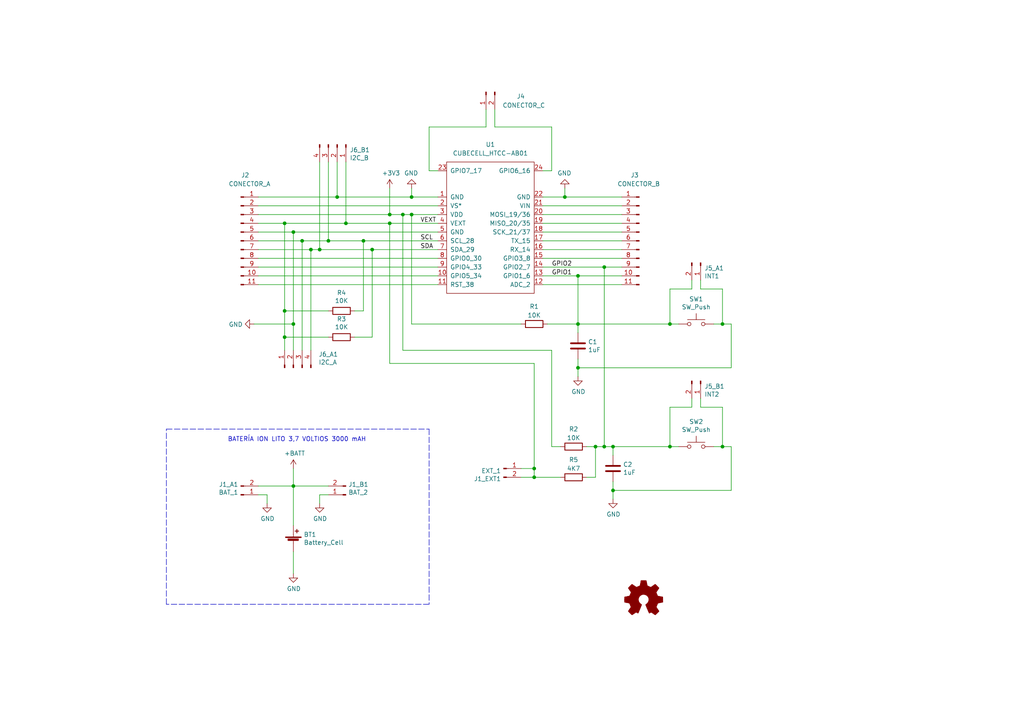
<source format=kicad_sch>
(kicad_sch (version 20211123) (generator eeschema)
  (paper "A4")
  (title_block (title "Placa Adaptadora para CubeCell Board HTCC-AB01 ") (date "2020-04-05") (rev "1.0"))
  (lib_symbols
    (symbol "AdaptadorCubeCellV1-rescue:HTCC-AB01-Heltec" (pin_names (offset 1.016))
      (property "Reference" "U" (at 0 24.13 0))
      (property "Value" "HTCC-AB01-Heltec" (at 0 -16.51 0))
      (symbol "HTCC-AB01-Heltec_0_1"
        (rectangle (start -12.7 -15.24) (end 12.7 22.86))
      )
      (symbol "HTCC-AB01-Heltec_1_1"
        (pin power_in line (at -15.24 12.7 0) (length 2.54) (name "GND") (number "1"))
        (pin bidirectional line (at -15.24 -10.16 0) (length 2.54) (name "GPIO5_34") (number "10"))
        (pin bidirectional line (at -15.24 -12.7 0) (length 2.54) (name "RST_38") (number "11"))
        (pin bidirectional line (at 15.24 -12.7 180) (length 2.54) (name "ADC_2") (number "12"))
        (pin bidirectional line (at 15.24 -10.16 180) (length 2.54) (name "GPIO1_6") (number "13"))
        (pin bidirectional line (at 15.24 -7.62 180) (length 2.54) (name "GPIO2_7") (number "14"))
        (pin bidirectional line (at 15.24 -5.08 180) (length 2.54) (name "GPIO3_8") (number "15"))
        (pin bidirectional line (at 15.24 -2.54 180) (length 2.54) (name "RX_14") (number "16"))
        (pin bidirectional line (at 15.24 0 180) (length 2.54) (name "TX_15") (number "17"))
        (pin bidirectional line (at 15.24 2.54 180) (length 2.54) (name "SCK_21/37") (number "18"))
        (pin bidirectional line (at 15.24 5.08 180) (length 2.54) (name "MISO_20/35") (number "19"))
        (pin power_in line (at -15.24 10.16 0) (length 2.54) (name "VS*") (number "2"))
        (pin bidirectional line (at 15.24 7.62 180) (length 2.54) (name "MOSI_19/36") (number "20"))
        (pin power_out line (at 15.24 10.16 180) (length 2.54) (name "VIN") (number "21"))
        (pin power_out line (at 15.24 12.7 180) (length 2.54) (name "GND") (number "22"))
        (pin bidirectional line (at -15.24 20.32 0) (length 2.54) (name "GPIO7_17") (number "23"))
        (pin bidirectional line (at 15.24 20.32 180) (length 2.54) (name "GPIO6_16") (number "24"))
        (pin power_out line (at -15.24 7.62 0) (length 2.54) (name "VDD") (number "3"))
        (pin power_out line (at -15.24 5.08 0) (length 2.54) (name "VEXT") (number "4"))
        (pin power_out line (at -15.24 2.54 0) (length 2.54) (name "GND") (number "5"))
        (pin bidirectional line (at -15.24 0 0) (length 2.54) (name "SCL_28") (number "6"))
        (pin bidirectional line (at -15.24 -2.54 0) (length 2.54) (name "SDA_29") (number "7"))
        (pin bidirectional line (at -15.24 -5.08 0) (length 2.54) (name "GPIO0_30") (number "8"))
        (pin bidirectional line (at -15.24 -7.62 0) (length 2.54) (name "GPIO4_33") (number "9"))
      )
    )
    (symbol "Connector:Conn_01x02_Male" (pin_names (offset 1.016) hide)
      (property "Reference" "J" (at 0 2.54 0))
      (property "Value" "Conn_01x02_Male" (at 0 -5.08 0))
      (symbol "Conn_01x02_Male_1_1"
        (polyline (pts (xy 1.27 -2.54) (xy 0.8636 -2.54)) (stroke (width 0.1524)))
        (polyline (pts (xy 1.27 0) (xy 0.8636 0)) (stroke (width 0.1524)))
        (rectangle (start 0.8636 -2.413) (end 0 -2.667) (stroke (width 0.1524)) (fill (type outline)))
        (rectangle (start 0.8636 0.127) (end 0 -0.127) (stroke (width 0.1524)) (fill (type outline)))
        (pin passive line (at 5.08 0 180) (length 3.81) (name "Pin_1") (number "1"))
        (pin passive line (at 5.08 -2.54 180) (length 3.81) (name "Pin_2") (number "2"))
      )
    )
    (symbol "Connector:Conn_01x04_Male" (pin_names (offset 1.016) hide)
      (property "Reference" "J" (at 0 5.08 0))
      (property "Value" "Conn_01x04_Male" (at 0 -7.62 0))
      (symbol "Conn_01x04_Male_1_1"
        (polyline (pts (xy 1.27 -5.08) (xy 0.8636 -5.08)) (stroke (width 0.1524)))
        (polyline (pts (xy 1.27 -2.54) (xy 0.8636 -2.54)) (stroke (width 0.1524)))
        (polyline (pts (xy 1.27 0) (xy 0.8636 0)) (stroke (width 0.1524)))
        (polyline (pts (xy 1.27 2.54) (xy 0.8636 2.54)) (stroke (width 0.1524)))
        (rectangle (start 0.8636 -4.953) (end 0 -5.207) (stroke (width 0.1524)) (fill (type outline)))
        (rectangle (start 0.8636 -2.413) (end 0 -2.667) (stroke (width 0.1524)) (fill (type outline)))
        (rectangle (start 0.8636 0.127) (end 0 -0.127) (stroke (width 0.1524)) (fill (type outline)))
        (rectangle (start 0.8636 2.667) (end 0 2.413) (stroke (width 0.1524)) (fill (type outline)))
        (pin passive line (at 5.08 2.54 180) (length 3.81) (name "Pin_1") (number "1"))
        (pin passive line (at 5.08 0 180) (length 3.81) (name "Pin_2") (number "2"))
        (pin passive line (at 5.08 -2.54 180) (length 3.81) (name "Pin_3") (number "3"))
        (pin passive line (at 5.08 -5.08 180) (length 3.81) (name "Pin_4") (number "4"))
      )
    )
    (symbol "Connector:Conn_01x11_Male" (pin_names (offset 1.016) hide)
      (property "Reference" "J" (at 0 15.24 0))
      (property "Value" "Conn_01x11_Male" (at 0 -15.24 0))
      (symbol "Conn_01x11_Male_1_1"
        (polyline (pts (xy 1.27 -12.7) (xy 0.8636 -12.7)) (stroke (width 0.1524)))
        (polyline (pts (xy 1.27 -10.16) (xy 0.8636 -10.16)) (stroke (width 0.1524)))
        (polyline (pts (xy 1.27 -7.62) (xy 0.8636 -7.62)) (stroke (width 0.1524)))
        (polyline (pts (xy 1.27 -5.08) (xy 0.8636 -5.08)) (stroke (width 0.1524)))
        (polyline (pts (xy 1.27 -2.54) (xy 0.8636 -2.54)) (stroke (width 0.1524)))
        (polyline (pts (xy 1.27 0) (xy 0.8636 0)) (stroke (width 0.1524)))
        (polyline (pts (xy 1.27 2.54) (xy 0.8636 2.54)) (stroke (width 0.1524)))
        (polyline (pts (xy 1.27 5.08) (xy 0.8636 5.08)) (stroke (width 0.1524)))
        (polyline (pts (xy 1.27 7.62) (xy 0.8636 7.62)) (stroke (width 0.1524)))
        (polyline (pts (xy 1.27 10.16) (xy 0.8636 10.16)) (stroke (width 0.1524)))
        (polyline (pts (xy 1.27 12.7) (xy 0.8636 12.7)) (stroke (width 0.1524)))
        (rectangle (start 0.8636 -12.573) (end 0 -12.827) (stroke (width 0.1524)) (fill (type outline)))
        (rectangle (start 0.8636 -10.033) (end 0 -10.287) (stroke (width 0.1524)) (fill (type outline)))
        (rectangle (start 0.8636 -7.493) (end 0 -7.747) (stroke (width 0.1524)) (fill (type outline)))
        (rectangle (start 0.8636 -4.953) (end 0 -5.207) (stroke (width 0.1524)) (fill (type outline)))
        (rectangle (start 0.8636 -2.413) (end 0 -2.667) (stroke (width 0.1524)) (fill (type outline)))
        (rectangle (start 0.8636 0.127) (end 0 -0.127) (stroke (width 0.1524)) (fill (type outline)))
        (rectangle (start 0.8636 2.667) (end 0 2.413) (stroke (width 0.1524)) (fill (type outline)))
        (rectangle (start 0.8636 5.207) (end 0 4.953) (stroke (width 0.1524)) (fill (type outline)))
        (rectangle (start 0.8636 7.747) (end 0 7.493) (stroke (width 0.1524)) (fill (type outline)))
        (rectangle (start 0.8636 10.287) (end 0 10.033) (stroke (width 0.1524)) (fill (type outline)))
        (rectangle (start 0.8636 12.827) (end 0 12.573) (stroke (width 0.1524)) (fill (type outline)))
        (pin passive line (at 5.08 12.7 180) (length 3.81) (name "Pin_1") (number "1"))
        (pin passive line (at 5.08 -10.16 180) (length 3.81) (name "Pin_10") (number "10"))
        (pin passive line (at 5.08 -12.7 180) (length 3.81) (name "Pin_11") (number "11"))
        (pin passive line (at 5.08 10.16 180) (length 3.81) (name "Pin_2") (number "2"))
        (pin passive line (at 5.08 7.62 180) (length 3.81) (name "Pin_3") (number "3"))
        (pin passive line (at 5.08 5.08 180) (length 3.81) (name "Pin_4") (number "4"))
        (pin passive line (at 5.08 2.54 180) (length 3.81) (name "Pin_5") (number "5"))
        (pin passive line (at 5.08 0 180) (length 3.81) (name "Pin_6") (number "6"))
        (pin passive line (at 5.08 -2.54 180) (length 3.81) (name "Pin_7") (number "7"))
        (pin passive line (at 5.08 -5.08 180) (length 3.81) (name "Pin_8") (number "8"))
        (pin passive line (at 5.08 -7.62 180) (length 3.81) (name "Pin_9") (number "9"))
      )
    )
    (symbol "Device:Battery_Cell" (pin_numbers hide) (pin_names (offset 0) hide)
      (property "Reference" "BT" (at 2.54 2.54 0))
      (property "Value" "Battery_Cell" (at 2.54 0 0))
      (symbol "Battery_Cell_0_1"
        (rectangle (start -2.286 1.778) (end 2.286 1.524) (fill (type outline)))
        (rectangle (start -1.5748 1.1938) (end 1.4732 0.6858) (fill (type outline)))
        (polyline (pts (xy 0 0.762) (xy 0 0)))
        (polyline (pts (xy 0 1.778) (xy 0 2.54)))
        (polyline (pts (xy 0.508 3.429) (xy 1.524 3.429)) (stroke (width 0.254)))
        (polyline (pts (xy 1.016 3.937) (xy 1.016 2.921)) (stroke (width 0.254)))
      )
      (symbol "Battery_Cell_1_1"
        (pin passive line (at 0 5.08 270) (length 2.54) (name "+") (number "1"))
        (pin passive line (at 0 -2.54 90) (length 2.54) (name "-") (number "2"))
      )
    )
    (symbol "Device:C" (pin_numbers hide) (pin_names (offset 0.254))
      (property "Reference" "C" (at 0.635 2.54 0))
      (property "Value" "C" (at 0.635 -2.54 0))
      (symbol "C_0_1"
        (polyline (pts (xy -2.032 -0.762) (xy 2.032 -0.762)) (stroke (width 0.508)))
        (polyline (pts (xy -2.032 0.762) (xy 2.032 0.762)) (stroke (width 0.508)))
      )
      (symbol "C_1_1"
        (pin passive line (at 0 3.81 270) (length 2.794) (name "~") (number "1"))
        (pin passive line (at 0 -3.81 90) (length 2.794) (name "~") (number "2"))
      )
    )
    (symbol "Device:R" (pin_numbers hide) (pin_names (offset 0))
      (property "Reference" "R" (at 2.032 0 90))
      (property "Value" "R" (at 0 0 90))
      (symbol "R_0_1"
        (rectangle (start -1.016 -2.54) (end 1.016 2.54) (stroke (width 0.254)))
      )
      (symbol "R_1_1"
        (pin passive line (at 0 3.81 270) (length 1.27) (name "~") (number "1"))
        (pin passive line (at 0 -3.81 90) (length 1.27) (name "~") (number "2"))
      )
    )
    (symbol "Graphic:Logo_Open_Hardware_Small" (pin_names (offset 1.016))
      (symbol "Logo_Open_Hardware_Small_0_1"
        (polyline (pts (xy 3.3528 -4.3434) (xy 3.302 -4.318) (xy 3.175 -4.2418) (xy 2.9972 -4.1148) (xy 2.7686 -3.9624) (xy 2.54 -3.81) (xy 2.3622 -3.7084) (xy 2.2352 -3.6068) (xy 2.1844 -3.5814) (xy 2.159 -3.6068) (xy 2.0574 -3.6576) (xy 1.905 -3.7338) (xy 1.8034 -3.7846) (xy 1.6764 -3.8354) (xy 1.6002 -3.8354) (xy 1.6002 -3.8354) (xy 1.5494 -3.7338) (xy 1.4732 -3.5306) (xy 1.3462 -3.302) (xy 1.2446 -3.0226) (xy 1.1176 -2.7178) (xy 0.9652 -2.413) (xy 0.8636 -2.1082) (xy 0.7366 -1.8288) (xy 0.6604 -1.6256) (xy 0.6096 -1.4732) (xy 0.5842 -1.397) (xy 0.5842 -1.397) (xy 0.6604 -1.3208) (xy 0.7874 -1.2446) (xy 1.0414 -1.016) (xy 1.2954 -0.6858) (xy 1.4478 -0.3302) (xy 1.524 0.0762) (xy 1.4732 0.4572) (xy 1.3208 0.8128) (xy 1.0668 1.143) (xy 0.762 1.3716) (xy 0.4064 1.524) (xy 0 1.5748) (xy -0.381 1.5494) (xy -0.7366 1.397) (xy -1.0668 1.143) (xy -1.2192 0.9906) (xy -1.397 0.6604) (xy -1.524 0.3048) (xy -1.524 0.2286) (xy -1.4986 -0.1778) (xy -1.397 -0.5334) (xy -1.1938 -0.8636) (xy -0.9144 -1.143) (xy -0.8636 -1.1684) (xy -0.7366 -1.27) (xy -0.635 -1.3462) (xy -0.5842 -1.397) (xy -1.0668 -2.5908) (xy -1.143 -2.794) (xy -1.2954 -3.1242) (xy -1.397 -3.4036) (xy -1.4986 -3.6322) (xy -1.5748 -3.7846) (xy -1.6002 -3.8354) (xy -1.6002 -3.8354) (xy -1.651 -3.8354) (xy -1.7272 -3.81) (xy -1.905 -3.7338) (xy -2.0066 -3.683) (xy -2.1336 -3.6068) (xy -2.2098 -3.5814) (xy -2.2606 -3.6068) (xy -2.3622 -3.683) (xy -2.54 -3.81) (xy -2.7686 -3.9624) (xy -2.9718 -4.0894) (xy -3.1496 -4.2164) (xy -3.302 -4.318) (xy -3.3528 -4.3434) (xy -3.3782 -4.3434) (xy -3.429 -4.318) (xy -3.5306 -4.2164) (xy -3.7084 -4.064) (xy -3.937 -3.8354) (xy -3.9624 -3.81) (xy -4.1656 -3.6068) (xy -4.318 -3.4544) (xy -4.4196 -3.3274) (xy -4.445 -3.2766) (xy -4.445 -3.2766) (xy -4.4196 -3.2258) (xy -4.318 -3.0734) (xy -4.2164 -2.8956) (xy -4.064 -2.667) (xy -3.6576 -2.0828) (xy -3.8862 -1.5494) (xy -3.937 -1.3716) (xy -4.0386 -1.1684) (xy -4.0894 -1.0414) (xy -4.1148 -0.9652) (xy -4.191 -0.9398) (xy -4.318 -0.9144) (xy -4.5466 -0.8636) (xy -4.8006 -0.8128) (xy -5.0546 -0.7874) (xy -5.2578 -0.7366) (xy -5.4356 -0.7112) (xy -5.5118 -0.6858) (xy -5.5118 -0.6858) (xy -5.5372 -0.635) (xy -5.5372 -0.5588) (xy -5.5372 -0.4318) (xy -5.5626 -0.2286) (xy -5.5626 0.0762) (xy -5.5626 0.127) (xy -5.5372 0.4064) (xy -5.5372 0.635) (xy -5.5372 0.762) (xy -5.5372 0.8382) (xy -5.5372 0.8382) (xy -5.461 0.8382) (xy -5.3086 0.889) (xy -5.08 0.9144) (xy -4.826 0.9652) (xy -4.8006 0.9906) (xy -4.5466 1.0414) (xy -4.318 1.0668) (xy -4.1656 1.1176) (xy -4.0894 1.143) (xy -4.0894 1.143) (xy -4.0386 1.2446) (xy -3.9624 1.4224) (xy -3.8608 1.6256) (xy -3.7846 1.8288) (xy -3.7084 2.0066) (xy -3.6576 2.159) (xy -3.6322 2.2098) (xy -3.6322 2.2098) (xy -3.683 2.286) (xy -3.7592 2.413) (xy -3.8862 2.5908) (xy -4.064 2.8194) (xy -4.064 2.8448) (xy -4.2164 3.0734) (xy -4.3434 3.2512) (xy -4.4196 3.3782) (xy -4.445 3.4544) (xy -4.445 3.4544) (xy -4.3942 3.5052) (xy -4.2926 3.6322) (xy -4.1148 3.81) (xy -3.937 4.0132) (xy -3.8608 4.064) (xy -3.6576 4.2926) (xy -3.5052 4.4196) (xy -3.4036 4.4958) (xy -3.3528 4.5212) (xy -3.3528 4.5212) (xy -3.302 4.4704) (xy -3.1496 4.3688) (xy -2.9718 4.2418) (xy -2.7432 4.0894) (xy -2.7178 4.0894) (xy -2.4892 3.937) (xy -2.3114 3.81) (xy -2.1844 3.7084) (xy -2.1336 3.683) (xy -2.1082 3.683) (xy -2.032 3.7084) (xy -1.8542 3.7592) (xy -1.6764 3.8354) (xy -1.4732 3.937) (xy -1.27 4.0132) (xy -1.143 4.064) (xy -1.0668 4.1148) (xy -1.0668 4.1148) (xy -1.0414 4.191) (xy -1.016 4.3434) (xy -0.9652 4.572) (xy -0.9144 4.8514) (xy -0.889 4.9022) (xy -0.8382 5.1562) (xy -0.8128 5.3848) (xy -0.7874 5.5372) (xy -0.762 5.588) (xy -0.7112 5.6134) (xy -0.5842 5.6134) (xy -0.4064 5.6134) (xy -0.1524 5.6134) (xy 0.0762 5.6134) (xy 0.3302 5.6134) (xy 0.5334 5.6134) (xy 0.6858 5.588) (xy 0.7366 5.588) (xy 0.7366 5.588) (xy 0.762 5.5118) (xy 0.8128 5.334) (xy 0.8382 5.1054) (xy 0.9144 4.826) (xy 0.9144 4.7752) (xy 0.9652 4.5212) (xy 1.016 4.2926) (xy 1.0414 4.1402) (xy 1.0668 4.0894) (xy 1.0668 4.0894) (xy 1.1938 4.0386) (xy 1.3716 3.9624) (xy 1.5748 3.8608) (xy 2.0828 3.6576) (xy 2.7178 4.0894) (xy 2.7686 4.1402) (xy 2.9972 4.2926) (xy 3.175 4.4196) (xy 3.302 4.4958) (xy 3.3782 4.5212) (xy 3.3782 4.5212) (xy 3.429 4.4704) (xy 3.556 4.3434) (xy 3.7338 4.191) (xy 3.9116 3.9878) (xy 4.064 3.8354) (xy 4.2418 3.6576) (xy 4.3434 3.556) (xy 4.4196 3.4798) (xy 4.4196 3.429) (xy 4.4196 3.4036) (xy 4.3942 3.3274) (xy 4.2926 3.2004) (xy 4.1656 2.9972) (xy 4.0132 2.794) (xy 3.8862 2.5908) (xy 3.7592 2.3876) (xy 3.6576 2.2352) (xy 3.6322 2.159) (xy 3.6322 2.1336) (xy 3.683 2.0066) (xy 3.7592 1.8288) (xy 3.8608 1.6002) (xy 4.064 1.1176) (xy 4.3942 1.0414) (xy 4.5974 1.016) (xy 4.8768 0.9652) (xy 5.1308 0.9144) (xy 5.5372 0.8382) (xy 5.5626 -0.6604) (xy 5.4864 -0.6858) (xy 5.4356 -0.6858) (xy 5.2832 -0.7366) (xy 5.0546 -0.762) (xy 4.8006 -0.8128) (xy 4.5974 -0.8636) (xy 4.3688 -0.9144) (xy 4.2164 -0.9398) (xy 4.1402 -0.9398) (xy 4.1148 -0.9652) (xy 4.064 -1.0668) (xy 3.9878 -1.2446) (xy 3.9116 -1.4478) (xy 3.81 -1.651) (xy 3.7338 -1.8542) (xy 3.683 -2.0066) (xy 3.6576 -2.0828) (xy 3.683 -2.1336) (xy 3.7846 -2.2606) (xy 3.8862 -2.4638) (xy 4.0386 -2.667) (xy 4.191 -2.8956) (xy 4.318 -3.0734) (xy 4.3942 -3.2004) (xy 4.445 -3.2766) (xy 4.4196 -3.3274) (xy 4.3434 -3.429) (xy 4.1656 -3.5814) (xy 3.937 -3.8354) (xy 3.8862 -3.8608) (xy 3.683 -4.064) (xy 3.5306 -4.2164) (xy 3.4036 -4.318) (xy 3.3528 -4.3434)) (fill (type outline)))
      )
    )
    (symbol "Switch:SW_Push" (pin_numbers hide) (pin_names (offset 1.016) hide)
      (property "Reference" "SW" (at 1.27 2.54 0))
      (property "Value" "SW_Push" (at 0 -1.524 0))
      (symbol "SW_Push_0_1"
        (circle (center -2.032 0) (radius 0.508))
        (polyline (pts (xy 0 1.27) (xy 0 3.048)))
        (polyline (pts (xy 2.54 1.27) (xy -2.54 1.27)))
        (circle (center 2.032 0) (radius 0.508))
        (pin passive line (at -5.08 0 0) (length 2.54) (name "1") (number "1"))
        (pin passive line (at 5.08 0 180) (length 2.54) (name "2") (number "2"))
      )
    )
    (symbol "power:+3V3" (power) (pin_names (offset 0))
      (property "Value" "+3V3" (at 0 3.556 0))
      (symbol "+3V3_0_1"
        (polyline (pts (xy -0.762 1.27) (xy 0 2.54)))
        (polyline (pts (xy 0 0) (xy 0 2.54)))
        (polyline (pts (xy 0 2.54) (xy 0.762 1.27)))
      )
      (symbol "+3V3_1_1"
        (pin power_in line (at 0 0 90) (length 0) hide (name "+3V3") (number "1"))
      )
    )
    (symbol "power:+BATT" (power) (pin_names (offset 0))
      (property "Value" "+BATT" (at 0 3.556 0))
      (symbol "+BATT_0_1"
        (polyline (pts (xy -0.762 1.27) (xy 0 2.54)))
        (polyline (pts (xy 0 0) (xy 0 2.54)))
        (polyline (pts (xy 0 2.54) (xy 0.762 1.27)))
      )
      (symbol "+BATT_1_1"
        (pin power_in line (at 0 0 90) (length 0) hide (name "+BATT") (number "1"))
      )
    )
    (symbol "power:GND" (power) (pin_names (offset 0))
      (property "Value" "GND" (at 0 -3.81 0))
      (symbol "GND_0_1"
        (polyline (pts (xy 0 0) (xy 0 -1.27) (xy 1.27 -1.27) (xy 0 -2.54) (xy -1.27 -1.27) (xy 0 -1.27)))
      )
      (symbol "GND_1_1"
        (pin power_in line (at 0 0 270) (length 0) hide (name "GND") (number "1"))
      )
    )
  )
  (junction (at 85.09 67.31))
  (junction (at 172.72 129.54))
  (junction (at 167.64 93.98))
  (junction (at 85.09 140.97))
  (junction (at 209.55 129.54))
  (junction (at 92.71 72.39))
  (junction (at 95.25 69.85))
  (junction (at 113.03 64.77))
  (junction (at 167.64 106.68))
  (junction (at 194.31 129.54))
  (junction (at 82.55 64.77))
  (junction (at 116.84 62.23))
  (junction (at 167.64 80.01))
  (junction (at 175.26 77.47))
  (junction (at 82.55 90.17))
  (junction (at 177.8 142.24))
  (junction (at 90.17 72.39))
  (junction (at 85.09 93.98))
  (junction (at 154.94 138.43))
  (junction (at 82.55 97.79))
  (junction (at 113.03 62.23))
  (junction (at 175.26 129.54))
  (junction (at 105.41 69.85))
  (junction (at 163.83 57.15))
  (junction (at 100.33 64.77))
  (junction (at 177.8 129.54))
  (junction (at 209.55 93.98))
  (junction (at 97.79 57.15))
  (junction (at 119.38 57.15))
  (junction (at 194.31 93.98))
  (junction (at 107.95 72.39))
  (junction (at 87.63 69.85))
  (junction (at 154.94 135.89))
  (junction (at 119.38 62.23))
  (wire (pts (xy 92.71 72.39) (xy 107.95 72.39)))
  (wire (pts (xy 82.55 97.79) (xy 82.55 90.17)))
  (wire (pts (xy 194.31 93.98) (xy 196.85 93.98)))
  (wire (pts (xy 95.25 97.79) (xy 82.55 97.79)))
  (wire (pts (xy 95.25 69.85) (xy 105.41 69.85)))
  (wire (pts (xy 113.03 54.61) (xy 113.03 62.23)))
  (wire (pts (xy 157.48 57.15) (xy 163.83 57.15)))
  (wire (pts (xy 160.02 101.6) (xy 160.02 129.54)))
  (polyline (pts (xy 124.46 124.46) (xy 124.46 175.26)))
  (wire (pts (xy 102.87 97.79) (xy 107.95 97.79)))
  (wire (pts (xy 90.17 72.39) (xy 92.71 72.39)))
  (wire (pts (xy 119.38 62.23) (xy 127 62.23)))
  (wire (pts (xy 167.64 93.98) (xy 194.31 93.98)))
  (wire (pts (xy 127 49.53) (xy 124.46 49.53)))
  (polyline (pts (xy 48.26 175.26) (xy 48.26 124.46)))
  (wire (pts (xy 140.97 36.83) (xy 140.97 31.75)))
  (wire (pts (xy 74.93 140.97) (xy 85.09 140.97)))
  (wire (pts (xy 177.8 142.24) (xy 177.8 139.7)))
  (wire (pts (xy 175.26 129.54) (xy 177.8 129.54)))
  (wire (pts (xy 74.93 62.23) (xy 113.03 62.23)))
  (wire (pts (xy 167.64 106.68) (xy 167.64 109.22)))
  (wire (pts (xy 194.31 118.11) (xy 194.31 129.54)))
  (wire (pts (xy 74.93 59.69) (xy 127 59.69)))
  (wire (pts (xy 157.48 80.01) (xy 167.64 80.01)))
  (wire (pts (xy 167.64 93.98) (xy 158.75 93.98)))
  (wire (pts (xy 85.09 101.6) (xy 85.09 93.98)))
  (wire (pts (xy 74.93 67.31) (xy 85.09 67.31)))
  (wire (pts (xy 157.48 69.85) (xy 180.34 69.85)))
  (wire (pts (xy 177.8 132.08) (xy 177.8 129.54)))
  (wire (pts (xy 209.55 93.98) (xy 212.09 93.98)))
  (wire (pts (xy 85.09 135.89) (xy 85.09 140.97)))
  (wire (pts (xy 157.48 49.53) (xy 160.02 49.53)))
  (wire (pts (xy 85.09 140.97) (xy 95.25 140.97)))
  (wire (pts (xy 200.66 118.11) (xy 194.31 118.11)))
  (wire (pts (xy 203.2 81.28) (xy 203.2 83.82)))
  (wire (pts (xy 124.46 49.53) (xy 124.46 36.83)))
  (wire (pts (xy 92.71 146.05) (xy 92.71 143.51)))
  (wire (pts (xy 85.09 67.31) (xy 127 67.31)))
  (wire (pts (xy 87.63 101.6) (xy 87.63 69.85)))
  (wire (pts (xy 167.64 80.01) (xy 167.64 93.98)))
  (wire (pts (xy 172.72 129.54) (xy 175.26 129.54)))
  (wire (pts (xy 73.66 93.98) (xy 85.09 93.98)))
  (wire (pts (xy 212.09 106.68) (xy 167.64 106.68)))
  (wire (pts (xy 172.72 129.54) (xy 172.72 138.43)))
  (wire (pts (xy 154.94 105.41) (xy 154.94 135.89)))
  (wire (pts (xy 170.18 129.54) (xy 172.72 129.54)))
  (wire (pts (xy 87.63 69.85) (xy 95.25 69.85)))
  (wire (pts (xy 157.48 67.31) (xy 180.34 67.31)))
  (wire (pts (xy 200.66 81.28) (xy 200.66 83.82)))
  (wire (pts (xy 74.93 143.51) (xy 77.47 143.51)))
  (wire (pts (xy 175.26 77.47) (xy 180.34 77.47)))
  (wire (pts (xy 105.41 90.17) (xy 105.41 69.85)))
  (wire (pts (xy 157.48 77.47) (xy 175.26 77.47)))
  (wire (pts (xy 74.93 74.93) (xy 127 74.93)))
  (wire (pts (xy 200.66 83.82) (xy 194.31 83.82)))
  (wire (pts (xy 163.83 54.61) (xy 163.83 57.15)))
  (wire (pts (xy 74.93 72.39) (xy 90.17 72.39)))
  (wire (pts (xy 203.2 83.82) (xy 209.55 83.82)))
  (wire (pts (xy 200.66 115.57) (xy 200.66 118.11)))
  (wire (pts (xy 95.25 46.99) (xy 95.25 69.85)))
  (wire (pts (xy 85.09 140.97) (xy 85.09 152.4)))
  (wire (pts (xy 105.41 69.85) (xy 127 69.85)))
  (wire (pts (xy 107.95 72.39) (xy 127 72.39)))
  (wire (pts (xy 74.93 82.55) (xy 127 82.55)))
  (wire (pts (xy 95.25 90.17) (xy 82.55 90.17)))
  (wire (pts (xy 157.48 82.55) (xy 180.34 82.55)))
  (wire (pts (xy 207.01 93.98) (xy 209.55 93.98)))
  (polyline (pts (xy 48.26 124.46) (xy 124.46 124.46)))
  (wire (pts (xy 74.93 77.47) (xy 127 77.47)))
  (wire (pts (xy 203.2 115.57) (xy 203.2 118.11)))
  (wire (pts (xy 116.84 101.6) (xy 160.02 101.6)))
  (wire (pts (xy 157.48 59.69) (xy 180.34 59.69)))
  (wire (pts (xy 175.26 129.54) (xy 175.26 77.47)))
  (wire (pts (xy 119.38 54.61) (xy 119.38 57.15)))
  (wire (pts (xy 157.48 74.93) (xy 180.34 74.93)))
  (wire (pts (xy 212.09 93.98) (xy 212.09 106.68)))
  (wire (pts (xy 74.93 64.77) (xy 82.55 64.77)))
  (wire (pts (xy 77.47 143.51) (xy 77.47 146.05)))
  (wire (pts (xy 209.55 129.54) (xy 212.09 129.54)))
  (wire (pts (xy 194.31 83.82) (xy 194.31 93.98)))
  (polyline (pts (xy 124.46 175.26) (xy 48.26 175.26)))
  (wire (pts (xy 74.93 80.01) (xy 127 80.01)))
  (wire (pts (xy 209.55 118.11) (xy 209.55 129.54)))
  (wire (pts (xy 143.51 36.83) (xy 143.51 31.75)))
  (wire (pts (xy 154.94 138.43) (xy 162.56 138.43)))
  (wire (pts (xy 160.02 36.83) (xy 143.51 36.83)))
  (wire (pts (xy 177.8 129.54) (xy 194.31 129.54)))
  (wire (pts (xy 167.64 104.14) (xy 167.64 106.68)))
  (wire (pts (xy 154.94 138.43) (xy 151.13 138.43)))
  (wire (pts (xy 163.83 57.15) (xy 180.34 57.15)))
  (wire (pts (xy 119.38 93.98) (xy 151.13 93.98)))
  (wire (pts (xy 113.03 64.77) (xy 113.03 105.41)))
  (wire (pts (xy 92.71 143.51) (xy 95.25 143.51)))
  (wire (pts (xy 92.71 46.99) (xy 92.71 72.39)))
  (wire (pts (xy 85.09 93.98) (xy 85.09 67.31)))
  (wire (pts (xy 212.09 129.54) (xy 212.09 142.24)))
  (wire (pts (xy 116.84 62.23) (xy 116.84 101.6)))
  (wire (pts (xy 212.09 142.24) (xy 177.8 142.24)))
  (wire (pts (xy 113.03 62.23) (xy 116.84 62.23)))
  (wire (pts (xy 154.94 135.89) (xy 151.13 135.89)))
  (wire (pts (xy 209.55 83.82) (xy 209.55 93.98)))
  (wire (pts (xy 157.48 72.39) (xy 180.34 72.39)))
  (wire (pts (xy 100.33 64.77) (xy 113.03 64.77)))
  (wire (pts (xy 160.02 49.53) (xy 160.02 36.83)))
  (wire (pts (xy 157.48 64.77) (xy 180.34 64.77)))
  (wire (pts (xy 124.46 36.83) (xy 140.97 36.83)))
  (wire (pts (xy 82.55 90.17) (xy 82.55 64.77)))
  (wire (pts (xy 119.38 57.15) (xy 127 57.15)))
  (wire (pts (xy 90.17 101.6) (xy 90.17 72.39)))
  (wire (pts (xy 116.84 62.23) (xy 119.38 62.23)))
  (wire (pts (xy 167.64 96.52) (xy 167.64 93.98)))
  (wire (pts (xy 160.02 129.54) (xy 162.56 129.54)))
  (wire (pts (xy 97.79 57.15) (xy 119.38 57.15)))
  (wire (pts (xy 82.55 101.6) (xy 82.55 97.79)))
  (wire (pts (xy 167.64 80.01) (xy 180.34 80.01)))
  (wire (pts (xy 172.72 138.43) (xy 170.18 138.43)))
  (wire (pts (xy 119.38 62.23) (xy 119.38 93.98)))
  (wire (pts (xy 97.79 46.99) (xy 97.79 57.15)))
  (wire (pts (xy 74.93 57.15) (xy 97.79 57.15)))
  (wire (pts (xy 113.03 64.77) (xy 127 64.77)))
  (wire (pts (xy 157.48 62.23) (xy 180.34 62.23)))
  (wire (pts (xy 203.2 118.11) (xy 209.55 118.11)))
  (wire (pts (xy 207.01 129.54) (xy 209.55 129.54)))
  (wire (pts (xy 107.95 97.79) (xy 107.95 72.39)))
  (wire (pts (xy 177.8 144.78) (xy 177.8 142.24)))
  (wire (pts (xy 113.03 105.41) (xy 154.94 105.41)))
  (wire (pts (xy 74.93 69.85) (xy 87.63 69.85)))
  (wire (pts (xy 100.33 46.99) (xy 100.33 64.77)))
  (wire (pts (xy 82.55 64.77) (xy 100.33 64.77)))
  (wire (pts (xy 85.09 166.37) (xy 85.09 160.02)))
  (wire (pts (xy 102.87 90.17) (xy 105.41 90.17)))
  (wire (pts (xy 154.94 135.89) (xy 154.94 138.43)))
  (wire (pts (xy 194.31 129.54) (xy 196.85 129.54)))
  (text "BATERÍA ION LITO 3,7 VOLTIOS 3000 mAH" (at 66.04 128.27 0) (effects (font (size 1.27 1.27)) (justify left bottom)))
  (label "SCL" (at 121.92 69.85 0))
  (label "GPIO2" (at 160.02 77.47 0))
  (label "VEXT" (at 121.92 64.77 0))
  (label "SDA" (at 121.92 72.39 0))
  (label "GPIO1" (at 160.02 80.01 0))
  (symbol (lib_id "AdaptadorCubeCellV1-rescue:HTCC-AB01-Heltec") (at 142.24 69.85 0) (unit 1)
    (property "Reference" "U1" (at 142.24 41.91 0))
    (property "Value" "CUBECELL_HTCC-AB01" (at 142.24 44.45 0))
    (property "Footprint" "Custom_lib:CubeCell_HTCC-AB01" (effects hide))
  )
  (symbol (lib_id "Device:R") (at 154.94 93.98 270) (unit 1)
    (property "Reference" "R1" (at 154.94 88.9 90))
    (property "Value" "10K" (at 154.94 91.44 90))
    (property "Footprint" "Custom_lib:R_Axial_DIN0207_L6.3mm_D2.5mm_P7.62mm_Horizontal" (effects hide))
  )
  (symbol (lib_id "Device:C") (at 167.64 100.33 0) (unit 1)
    (property "Reference" "C1" (at 170.561 99.1616 0) (effects (justify left)))
    (property "Value" "1uF" (at 170.561 101.473 0) (effects (justify left)))
    (property "Footprint" "Custom_lib:C_Disc_D5.0mm_W2.5mm_P5.00mm" (effects hide))
  )
  (symbol (lib_id "Connector:Conn_01x11_Male") (at 69.85 69.85 0) (unit 1)
    (property "Reference" "J2" (at 71.12 50.8 0))
    (property "Value" "CONECTOR_A" (at 72.39 53.34 0))
    (property "Footprint" "Custom_lib:PinHeader_1x11_P2.54mm_Vertical" (effects hide))
  )
  (symbol (lib_id "Connector:Conn_01x11_Male") (at 185.42 69.85 0) (mirror y) (unit 1)
    (property "Reference" "J3" (at 182.88 50.8 0) (effects (justify right)))
    (property "Value" "CONECTOR_B" (at 179.07 53.34 0) (effects (justify right)))
    (property "Footprint" "Custom_lib:PinHeader_1x11_P2.54mm_Vertical" (effects hide))
  )
  (symbol (lib_id "Connector:Conn_01x02_Male") (at 140.97 26.67 90) (mirror x) (unit 1)
    (property "Reference" "J4" (at 149.86 27.94 90) (effects (justify right)))
    (property "Value" "CONECTOR_C" (at 145.7452 30.5562 90) (effects (justify right)))
    (property "Footprint" "Custom_lib:PinHeader_1x02_P2.54mm_Vertical_custom" (effects hide))
  )
  (symbol (lib_id "Connector:Conn_01x02_Male") (at 203.2 76.2 270) (unit 1)
    (property "Reference" "J5_A1" (at 204.3176 77.7748 90) (effects (justify left)))
    (property "Value" "INT1" (at 204.3176 80.0862 90) (effects (justify left)))
    (property "Footprint" "Custom_lib:PinHeader_1x02_P2.54mm_Vertical_custom" (effects hide))
  )
  (symbol (lib_id "Switch:SW_Push") (at 201.93 93.98 0) (unit 1)
    (property "Reference" "SW1" (at 201.93 86.741 0))
    (property "Value" "SW_Push" (at 201.93 89.0524 0))
    (property "Footprint" "Custom_lib:SW_PUSH_6mm_H5mm" (effects hide))
  )
  (symbol (lib_id "Device:Battery_Cell") (at 85.09 157.48 0) (unit 1)
    (property "Reference" "BT1" (at 88.0872 155.0416 0) (effects (justify left)))
    (property "Value" "Battery_Cell" (at 88.0872 157.353 0) (effects (justify left)))
    (property "Footprint" "Custom_lib:BatteryHolder_MPD_BH-18650-PC2" (effects hide))
  )
  (symbol (lib_id "Connector:Conn_01x02_Male") (at 69.85 143.51 0) (mirror x) (unit 1)
    (property "Reference" "J1_A1" (at 69.1388 140.5128 0) (effects (justify right)))
    (property "Value" "BAT_1" (at 69.1388 142.8242 0) (effects (justify right)))
    (property "Footprint" "Custom_lib:PinHeader_1x02_P2.54mm_Vertical_custom" (effects hide))
  )
  (symbol (lib_id "Connector:Conn_01x02_Male") (at 100.33 143.51 180) (unit 1)
    (property "Reference" "J1_B1" (at 101.0412 140.5128 0) (effects (justify right)))
    (property "Value" "BAT_2" (at 101.0412 142.8242 0) (effects (justify right)))
    (property "Footprint" "Custom_lib:PinHeader_1x02_P2.54mm_Vertical_custom" (effects hide))
  )
  (symbol (lib_id "Connector:Conn_01x04_Male") (at 85.09 106.68 90) (unit 1)
    (property "Reference" "J6_A1" (at 92.4052 102.7684 90) (effects (justify right)))
    (property "Value" "I2C_A" (at 92.4052 105.0798 90) (effects (justify right)))
    (property "Footprint" "Custom_lib:PinHeader_1x04_P2.54mm_Vertical" (effects hide))
  )
  (symbol (lib_id "Graphic:Logo_Open_Hardware_Small") (at 186.69 173.99 0) (unit 1)
    (property "Reference" "#LOGO1" (effects hide))
    (property "Value" "Logo_Open_Hardware_Small" (effects hide))
  )
  (symbol (lib_id "power:GND") (at 85.09 166.37 0) (unit 1)
    (property "Reference" "#PWR0101" (effects hide))
    (property "Value" "GND" (at 85.217 170.7642 0))
  )
  (symbol (lib_id "power:GND") (at 77.47 146.05 0) (unit 1)
    (property "Reference" "#PWR0102" (effects hide))
    (property "Value" "GND" (at 77.597 150.4442 0))
  )
  (symbol (lib_id "power:GND") (at 92.71 146.05 0) (unit 1)
    (property "Reference" "#PWR0103" (effects hide))
    (property "Value" "GND" (at 92.837 150.4442 0))
  )
  (symbol (lib_id "power:+BATT") (at 85.09 135.89 0) (unit 1)
    (property "Reference" "#PWR0104" (effects hide))
    (property "Value" "+BATT" (at 85.471 131.4958 0))
  )
  (symbol (lib_id "Device:R") (at 99.06 90.17 270) (unit 1)
    (property "Reference" "R4" (at 99.06 84.9122 90))
    (property "Value" "10K" (at 99.06 87.2236 90))
    (property "Footprint" "Custom_lib:R_Axial_DIN0207_L6.3mm_D2.5mm_P7.62mm_Horizontal" (effects hide))
  )
  (symbol (lib_id "Device:R") (at 99.06 97.79 270) (unit 1)
    (property "Reference" "R3" (at 99.06 92.5322 90))
    (property "Value" "10K" (at 99.06 94.8436 90))
    (property "Footprint" "Custom_lib:R_Axial_DIN0207_L6.3mm_D2.5mm_P7.62mm_Horizontal" (effects hide))
  )
  (symbol (lib_id "power:GND") (at 73.66 93.98 270) (unit 1)
    (property "Reference" "#PWR0105" (effects hide))
    (property "Value" "GND" (at 70.4088 94.107 90) (effects (justify right)))
  )
  (symbol (lib_id "power:GND") (at 119.38 54.61 180) (unit 1)
    (property "Reference" "#PWR0106" (effects hide))
    (property "Value" "GND" (at 119.253 50.2158 0))
  )
  (symbol (lib_id "power:GND") (at 163.83 54.61 180) (unit 1)
    (property "Reference" "#PWR0107" (effects hide))
    (property "Value" "GND" (at 163.703 50.2158 0))
  )
  (symbol (lib_id "Connector:Conn_01x04_Male") (at 97.79 41.91 270) (unit 1)
    (property "Reference" "J6_B1" (at 101.4476 43.4848 90) (effects (justify left)))
    (property "Value" "I2C_B" (at 101.4476 45.7962 90) (effects (justify left)))
    (property "Footprint" "Custom_lib:PinHeader_1x04_P2.54mm_Vertical" (effects hide))
  )
  (symbol (lib_id "power:+3V3") (at 113.03 54.61 0) (unit 1)
    (property "Reference" "#PWR0108" (effects hide))
    (property "Value" "+3V3" (at 113.411 50.2158 0))
  )
  (symbol (lib_id "power:GND") (at 167.64 109.22 0) (unit 1)
    (property "Reference" "#PWR0109" (effects hide))
    (property "Value" "GND" (at 167.767 113.6142 0))
  )
  (symbol (lib_id "Device:R") (at 166.37 129.54 270) (unit 1)
    (property "Reference" "R2" (at 166.37 124.46 90))
    (property "Value" "10K" (at 166.37 127 90))
    (property "Footprint" "Custom_lib:R_Axial_DIN0207_L6.3mm_D2.5mm_P7.62mm_Horizontal" (effects hide))
  )
  (symbol (lib_id "Device:C") (at 177.8 135.89 0) (unit 1)
    (property "Reference" "C2" (at 180.721 134.7216 0) (effects (justify left)))
    (property "Value" "1uF" (at 180.721 137.033 0) (effects (justify left)))
    (property "Footprint" "Custom_lib:C_Disc_D5.0mm_W2.5mm_P5.00mm" (effects hide))
  )
  (symbol (lib_id "Switch:SW_Push") (at 201.93 129.54 0) (unit 1)
    (property "Reference" "SW2" (at 201.93 122.301 0))
    (property "Value" "SW_Push" (at 201.93 124.6124 0))
    (property "Footprint" "Custom_lib:SW_PUSH_6mm_H5mm" (effects hide))
  )
  (symbol (lib_id "Connector:Conn_01x02_Male") (at 203.2 110.49 270) (unit 1)
    (property "Reference" "J5_B1" (at 204.3176 112.0648 90) (effects (justify left)))
    (property "Value" "INT2" (at 204.3176 114.3762 90) (effects (justify left)))
    (property "Footprint" "Custom_lib:PinHeader_1x02_P2.54mm_Vertical_custom" (effects hide))
  )
  (symbol (lib_id "power:GND") (at 177.8 144.78 0) (unit 1)
    (property "Reference" "#PWR0110" (effects hide))
    (property "Value" "GND" (at 177.927 149.1742 0))
  )
  (symbol (lib_id "Device:R") (at 166.37 138.43 270) (unit 1)
    (property "Reference" "R5" (at 166.37 133.35 90))
    (property "Value" "4K7" (at 166.37 135.89 90))
    (property "Footprint" "Custom_lib:R_Axial_DIN0207_L6.3mm_D2.5mm_P7.62mm_Horizontal" (effects hide))
  )
  (symbol (lib_id "Connector:Conn_01x02_Male") (at 146.05 135.89 0) (unit 1)
    (property "Reference" "J1_EXT1" (at 145.3388 138.8872 0) (effects (justify right)))
    (property "Value" "EXT_1" (at 145.3388 136.5758 0) (effects (justify right)))
    (property "Footprint" "Custom_lib:PinHeader_1x02_P2.54mm_Vertical_custom" (effects hide))
  )
)
</source>
